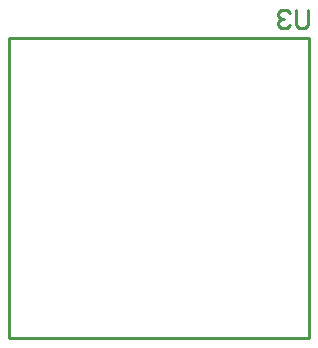
<source format=gbo>
G04*
G04 #@! TF.GenerationSoftware,Altium Limited,Altium Designer,22.8.2 (66)*
G04*
G04 Layer_Color=32896*
%FSLAX42Y42*%
%MOMM*%
G71*
G04*
G04 #@! TF.SameCoordinates,A2DC5003-0238-437C-B528-B030F6F49A69*
G04*
G04*
G04 #@! TF.FilePolarity,Positive*
G04*
G01*
G75*
%ADD13C,0.25*%
D13*
X5427Y1235D02*
Y3775D01*
X2887Y1235D02*
Y3775D01*
Y1235D02*
X5427D01*
X2887Y3775D02*
X5427D01*
X5415Y4016D02*
Y3889D01*
X5390Y3863D01*
X5339D01*
X5314Y3889D01*
Y4016D01*
X5263Y3990D02*
X5238Y4016D01*
X5187D01*
X5161Y3990D01*
Y3965D01*
X5187Y3940D01*
X5212D01*
X5187D01*
X5161Y3914D01*
Y3889D01*
X5187Y3863D01*
X5238D01*
X5263Y3889D01*
M02*

</source>
